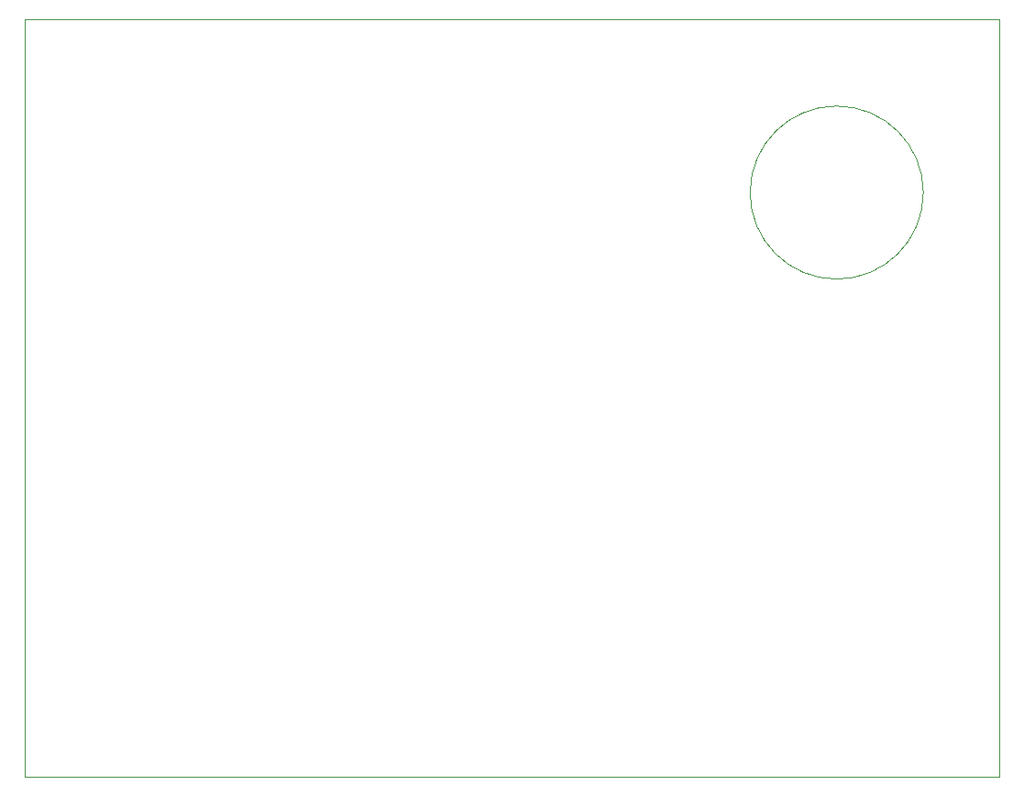
<source format=gbr>
G04 #@! TF.GenerationSoftware,KiCad,Pcbnew,5.1.5+dfsg1-2build2*
G04 #@! TF.CreationDate,2021-11-10T17:59:44-05:00*
G04 #@! TF.ProjectId,SINSONTE_MODEL_A,53494e53-4f4e-4544-955f-4d4f44454c5f,rev?*
G04 #@! TF.SameCoordinates,Original*
G04 #@! TF.FileFunction,Profile,NP*
%FSLAX46Y46*%
G04 Gerber Fmt 4.6, Leading zero omitted, Abs format (unit mm)*
G04 Created by KiCad (PCBNEW 5.1.5+dfsg1-2build2) date 2021-11-10 17:59:44*
%MOMM*%
%LPD*%
G04 APERTURE LIST*
%ADD10C,0.050000*%
G04 APERTURE END LIST*
D10*
X133000000Y-66000000D02*
G75*
G03X133000000Y-66000000I-8000000J0D01*
G01*
X140000000Y-50000000D02*
X140000000Y-120000000D01*
X50000000Y-120000000D02*
X140000000Y-120000000D01*
X50000000Y-50000000D02*
X140000000Y-50000000D01*
X50000000Y-50000000D02*
X50000000Y-120000000D01*
M02*

</source>
